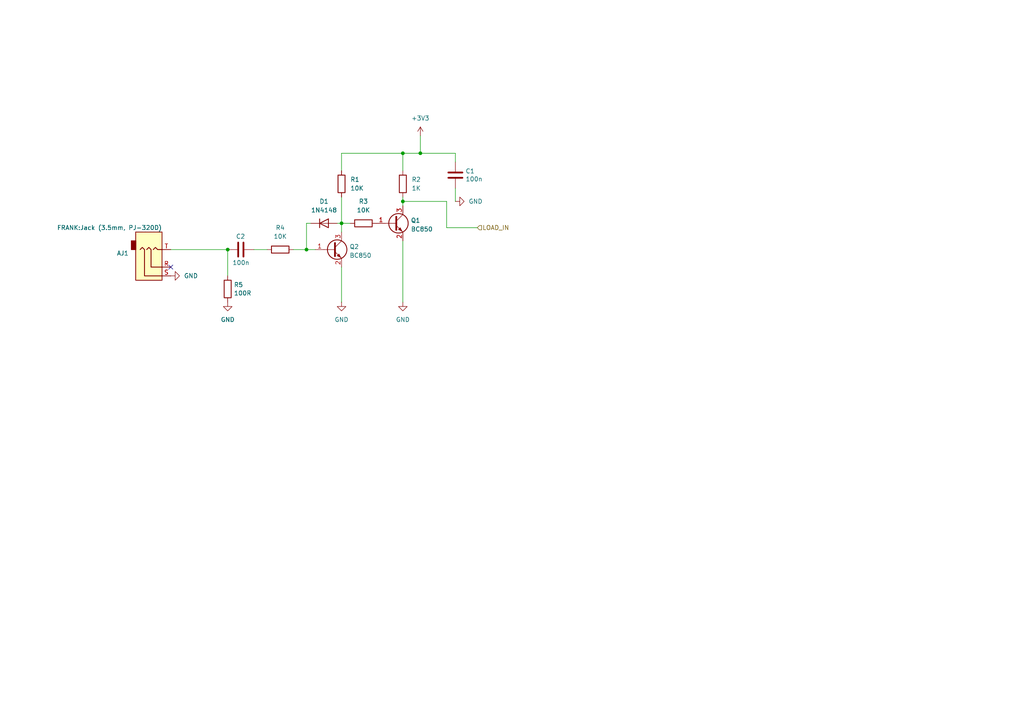
<source format=kicad_sch>
(kicad_sch (version 20250114) (generator "eeschema") (generator_version "9.0")
  (paper "A4")
  (title_block (title "MiniFRANK RM1") (date "2025-04-01") (rev "2.03") (company "Mikhail Matveev") (comment 1 "https://github.com/xtremespb/frank"))
  (lib_symbols
    (symbol "BC850_1" (pin_names (offset 0) (hide yes))
      (property "Reference" "Q" (at 5.08 1.905 0))
      (property "Value" "BC850" (at 5.08 0 0))
      (symbol "BC850_1_0_1"
        (polyline (pts (xy -2.54 0) (xy 0.635 0)))
        (polyline (pts (xy 0.635 1.905) (xy 0.635 -1.905)) (stroke (width 0.508)))
        (circle (center 1.27 0) (radius 2.8194) (stroke (width 0.254)))
      )
      (symbol "BC850_1_1_1"
        (polyline (pts (xy 0.635 0.635) (xy 2.54 2.54)))
        (polyline (pts (xy 0.635 -0.635) (xy 2.54 -2.54)))
        (polyline (pts (xy 1.27 -1.778) (xy 1.778 -1.27) (xy 2.286 -2.286) (xy 1.27 -1.778)) (fill (type outline)))
        (pin input line (at -5.08 0 0) (length 2.54) (name "B") (number "1"))
        (pin passive line (at 2.54 5.08 270) (length 2.54) (name "C") (number "3"))
        (pin passive line (at 2.54 -5.08 90) (length 2.54) (name "E") (number "2"))
      )
    )
    (symbol "Device:C" (pin_numbers (hide yes)) (pin_names (offset 0.254))
      (property "Reference" "C" (at 0.635 2.54 0))
      (property "Value" "C" (at 0.635 -2.54 0))
      (symbol "C_0_1"
        (polyline (pts (xy -2.032 0.762) (xy 2.032 0.762)) (stroke (width 0.508)))
        (polyline (pts (xy -2.032 -0.762) (xy 2.032 -0.762)) (stroke (width 0.508)))
      )
      (symbol "C_1_1"
        (pin passive line (at 0 3.81 270) (length 2.794) (name "~") (number "1"))
        (pin passive line (at 0 -3.81 90) (length 2.794) (name "~") (number "2"))
      )
    )
    (symbol "Device:D" (pin_numbers (hide yes)) (pin_names (offset 1.016) (hide yes))
      (property "Reference" "D" (at 0 2.54 0))
      (property "Value" "D" (at 0 -2.54 0))
      (symbol "D_0_1"
        (polyline (pts (xy -1.27 1.27) (xy -1.27 -1.27)) (stroke (width 0.254)))
        (polyline (pts (xy 1.27 1.27) (xy 1.27 -1.27) (xy -1.27 0) (xy 1.27 1.27)) (stroke (width 0.254)))
        (polyline (pts (xy 1.27 0) (xy -1.27 0)))
      )
      (symbol "D_1_1"
        (pin passive line (at -3.81 0 0) (length 2.54) (name "K") (number "1"))
        (pin passive line (at 3.81 0 180) (length 2.54) (name "A") (number "2"))
      )
    )
    (symbol "Device:R" (pin_numbers (hide yes)) (pin_names (offset 0))
      (property "Reference" "R" (at 2.032 0 90))
      (property "Value" "R" (at 0 0 90))
      (symbol "R_0_1"
        (rectangle (start -1.016 -2.54) (end 1.016 2.54) (stroke (width 0.254)))
      )
      (symbol "R_1_1"
        (pin passive line (at 0 3.81 270) (length 1.27) (name "~") (number "1"))
        (pin passive line (at 0 -3.81 90) (length 1.27) (name "~") (number "2"))
      )
    )
    (symbol "FRANK:AudioJack_3.5mm"
      (property "Reference" "AJ2" (at -7.1119 -4.0097 0))
      (symbol "AudioJack_3.5mm_0_1"
        (rectangle (start -5.08 -5.08) (end -6.35 -7.62) (stroke (width 0.254)) (fill (type outline)))
        (polyline (pts (xy -1.905 -5.08) (xy -1.27 -5.715) (xy -0.635 -5.08) (xy -0.635 0) (xy 2.54 0)) (stroke (width 0.254)))
        (polyline (pts (xy 0 -5.08) (xy 0.635 -5.715) (xy 1.27 -5.08) (xy 2.54 -5.08)) (stroke (width 0.254)))
        (rectangle (start 2.54 3.81) (end -5.08 -10.16) (stroke (width 0.254)) (fill (type background)))
        (polyline (pts (xy 2.54 2.54) (xy -2.54 2.54) (xy -2.54 -5.08) (xy -3.175 -5.715) (xy -3.81 -5.08)) (stroke (width 0.254)))
      )
      (symbol "AudioJack_3.5mm_1_1"
        (pin passive line (at 5.08 2.54 180) (length 2.54) (name "~") (number "S"))
        (pin passive line (at 5.08 0 180) (length 2.54) (name "~") (number "R"))
        (pin passive line (at 5.08 -5.08 180) (length 2.54) (name "~") (number "T"))
      )
    )
    (symbol "GND_1" (power) (pin_numbers (hide yes)) (pin_names (offset 0) (hide yes))
      (property "Value" "GND" (at 0 -3.81 0))
      (symbol "GND_1_0_1"
        (polyline (pts (xy 0 0) (xy 0 -1.27) (xy 1.27 -1.27) (xy 0 -2.54) (xy -1.27 -1.27) (xy 0 -1.27)))
      )
      (symbol "GND_1_1_1"
        (pin power_in line (at 0 0 270) (length 0) (name "~") (number "1"))
      )
    )
    (symbol "GND_2" (power) (pin_numbers (hide yes)) (pin_names (offset 0) (hide yes))
      (property "Value" "GND" (at 0 -3.81 0))
      (symbol "GND_2_0_1"
        (polyline (pts (xy 0 0) (xy 0 -1.27) (xy 1.27 -1.27) (xy 0 -2.54) (xy -1.27 -1.27) (xy 0 -1.27)))
      )
      (symbol "GND_2_1_1"
        (pin power_in line (at 0 0 270) (length 0) (name "~") (number "1"))
      )
    )
    (symbol "GND_3" (power) (pin_numbers (hide yes)) (pin_names (offset 0) (hide yes))
      (property "Value" "GND" (at 0 -3.81 0))
      (symbol "GND_3_0_1"
        (polyline (pts (xy 0 0) (xy 0 -1.27) (xy 1.27 -1.27) (xy 0 -2.54) (xy -1.27 -1.27) (xy 0 -1.27)))
      )
      (symbol "GND_3_1_1"
        (pin power_in line (at 0 0 270) (length 0) (name "~") (number "1"))
      )
    )
    (symbol "GND_4" (power) (pin_numbers (hide yes)) (pin_names (offset 0) (hide yes))
      (property "Value" "GND" (at 0 -3.81 0))
      (symbol "GND_4_0_1"
        (polyline (pts (xy 0 0) (xy 0 -1.27) (xy 1.27 -1.27) (xy 0 -2.54) (xy -1.27 -1.27) (xy 0 -1.27)))
      )
      (symbol "GND_4_1_1"
        (pin power_in line (at 0 0 270) (length 0) (name "~") (number "1"))
      )
    )
    (symbol "Transistor_BJT:BC850" (pin_names (offset 0) (hide yes))
      (property "Reference" "Q" (at 5.08 1.905 0))
      (property "Value" "BC850" (at 5.08 0 0))
      (symbol "BC850_0_1"
        (polyline (pts (xy -2.54 0) (xy 0.635 0)))
        (polyline (pts (xy 0.635 1.905) (xy 0.635 -1.905)) (stroke (width 0.508)))
        (circle (center 1.27 0) (radius 2.8194) (stroke (width 0.254)))
      )
      (symbol "BC850_1_1"
        (polyline (pts (xy 0.635 0.635) (xy 2.54 2.54)))
        (polyline (pts (xy 0.635 -0.635) (xy 2.54 -2.54)))
        (polyline (pts (xy 1.27 -1.778) (xy 1.778 -1.27) (xy 2.286 -2.286) (xy 1.27 -1.778)) (fill (type outline)))
        (pin input line (at -5.08 0 0) (length 2.54) (name "B") (number "1"))
        (pin passive line (at 2.54 5.08 270) (length 2.54) (name "C") (number "3"))
        (pin passive line (at 2.54 -5.08 90) (length 2.54) (name "E") (number "2"))
      )
    )
    (symbol "power:+3V3" (power) (pin_numbers (hide yes)) (pin_names (offset 0) (hide yes))
      (property "Value" "+3V3" (at 0 3.556 0))
      (symbol "+3V3_0_1"
        (polyline (pts (xy -0.762 1.27) (xy 0 2.54)))
        (polyline (pts (xy 0 2.54) (xy 0.762 1.27)))
        (polyline (pts (xy 0 0) (xy 0 2.54)))
      )
      (symbol "+3V3_1_1"
        (pin power_in line (at 0 0 90) (length 0) (name "~") (number "1"))
      )
    )
    (symbol "power:GND" (power) (pin_numbers (hide yes)) (pin_names (offset 0) (hide yes))
      (property "Value" "GND" (at 0 -3.81 0))
      (symbol "GND_0_1"
        (polyline (pts (xy 0 0) (xy 0 -1.27) (xy 1.27 -1.27) (xy 0 -2.54) (xy -1.27 -1.27) (xy 0 -1.27)))
      )
      (symbol "GND_1_1"
        (pin power_in line (at 0 0 270) (length 0) (name "~") (number "1"))
      )
    )
  )
  (junction (at 116.84 58.42))
  (junction (at 88.9 72.39))
  (junction (at 66.04 72.39))
  (junction (at 99.06 64.77))
  (junction (at 121.92 44.45))
  (junction (at 116.84 44.45))
  (no_connect (at 49.53 77.47))
  (wire (pts (xy 116.84 58.42) (xy 129.54 58.42)))
  (wire (pts (xy 99.06 64.77) (xy 99.06 67.31)))
  (wire (pts (xy 85.09 72.39) (xy 88.9 72.39)))
  (wire (pts (xy 121.92 44.45) (xy 132.08 44.45)))
  (wire (pts (xy 129.54 58.42) (xy 129.54 66.04)))
  (wire (pts (xy 97.79 64.77) (xy 99.06 64.77)))
  (wire (pts (xy 88.9 72.39) (xy 91.44 72.39)))
  (wire (pts (xy 116.84 58.42) (xy 116.84 59.69)))
  (wire (pts (xy 90.17 64.77) (xy 88.9 64.77)))
  (wire (pts (xy 129.54 66.04) (xy 138.43 66.04)))
  (wire (pts (xy 88.9 64.77) (xy 88.9 72.39)))
  (wire (pts (xy 73.66 72.39) (xy 77.47 72.39)))
  (wire (pts (xy 116.84 44.45) (xy 121.92 44.45)))
  (wire (pts (xy 99.06 77.47) (xy 99.06 87.63)))
  (wire (pts (xy 116.84 44.45) (xy 116.84 49.53)))
  (wire (pts (xy 99.06 44.45) (xy 99.06 49.53)))
  (wire (pts (xy 121.92 39.37) (xy 121.92 44.45)))
  (wire (pts (xy 116.84 69.85) (xy 116.84 87.63)))
  (wire (pts (xy 132.08 54.61) (xy 132.08 58.42)))
  (wire (pts (xy 99.06 44.45) (xy 116.84 44.45)))
  (wire (pts (xy 132.08 44.45) (xy 132.08 46.99)))
  (wire (pts (xy 49.53 72.39) (xy 66.04 72.39)))
  (wire (pts (xy 99.06 57.15) (xy 99.06 64.77)))
  (wire (pts (xy 116.84 57.15) (xy 116.84 58.42)))
  (wire (pts (xy 66.04 72.39) (xy 66.04 80.01)))
  (wire (pts (xy 99.06 64.77) (xy 101.6 64.77)))
  (hierarchical_label "LOAD_IN" (shape input) (at 138.43 66.04 0))
  (symbol (lib_id "Device:D") (at 93.98 64.77 0) (unit 1)
    (property "Reference" "D2" (at 93.98 58.42 0))
    (property "Value" "1N4148" (at 93.98 60.96 0))
    (property "Footprint" "FRANK:Diode (SOD-323)" (effects (hide yes)))
    (property "Datasheet" "https://www.vishay.com/docs/85748/1n4148w.pdf" (effects (hide yes)))
    (property "Description" "Diode" (effects (hide yes)))
    (property "Sim.Device" "D" (effects (hide yes)))
    (property "Sim.Pins" "1=K 2=A" (effects (hide yes)))
    (property "AliExpress" "https://www.aliexpress.com/item/1005005707644429.html" (effects (hide yes)))
    (instances (project "" (path "" (reference "D1") (unit 1))) (project "minifrank_rm1" (path "" (reference "D2") (unit 1))))
  )
  (symbol (lib_name "GND_2") (lib_id "power:GND") (at 99.06 87.63 0) (unit 1)
    (property "Reference" "#PWR044" (effects (hide yes)))
    (property "Value" "GND" (at 99.06 92.71 0))
    (property "Description" "Power symbol creates a global label with name \"GND\" , ground" (effects (hide yes)))
    (instances (project "" (path "" (reference "#PWR07") (unit 1))) (project "minifrank_rm1" (path "" (reference "#PWR044") (unit 1))))
  )
  (symbol (lib_id "Device:R") (at 105.41 64.77 90) (unit 1)
    (property "Reference" "R13" (at 105.41 58.42 90))
    (property "Value" "10K" (at 105.41 60.96 90))
    (property "Footprint" "FRANK:Resistor (0805)" (effects (hide yes)))
    (property "Datasheet" "https://www.vishay.com/docs/28952/mcs0402at-mct0603at-mcu0805at-mca1206at.pdf" (effects (hide yes)))
    (property "AliExpress" "https://www.aliexpress.com/item/1005005945735199.html" (effects (hide yes)))
    (instances (project "38NJU24" (path "" (reference "R3") (unit 1))) (project "minifrank_rm1" (path "" (reference "R13") (unit 1))))
  )
  (symbol (lib_id "power:GND") (at 66.04 87.63 0) (unit 1)
    (property "Reference" "#PWR043" (effects (hide yes)))
    (property "Value" "GND" (at 66.04 92.71 0))
    (property "Description" "Power symbol creates a global label with name \"GND\" , ground" (effects (hide yes)))
    (instances (project "" (path "" (reference "#PWR06") (unit 1))) (project "minifrank_rm1" (path "" (reference "#PWR043") (unit 1))))
  )
  (symbol (lib_id "Device:R") (at 116.84 53.34 0) (unit 1)
    (property "Reference" "R12" (at 119.38 52.0699 0) (effects (justify left)))
    (property "Value" "1K" (at 119.38 54.6099 0) (effects (justify left)))
    (property "Footprint" "FRANK:Resistor (0805)" (effects (hide yes)))
    (property "Datasheet" "https://www.vishay.com/docs/28952/mcs0402at-mct0603at-mcu0805at-mca1206at.pdf" (effects (hide yes)))
    (property "AliExpress" "https://www.aliexpress.com/item/1005005945735199.html" (effects (hide yes)))
    (instances (project "38NJU24" (path "" (reference "R2") (unit 1))) (project "minifrank_rm1" (path "" (reference "R12") (unit 1))))
  )
  (symbol (lib_id "FRANK:AudioJack_3.5mm") (at 44.45 77.47 0) (mirror x) (unit 1)
    (property "Reference" "J5" (at 37.3381 73.4603 0) (effects (justify right)))
    (property "Value" "FRANK:Jack (3.5mm, PJ-320D)" (at 46.99 66.04 0) (effects (justify right)))
    (property "Footprint" "FRANK:Jack (3.5mm, PJ-320D)" (effects (hide yes)))
    (instances (project "38NJU24" (path "" (reference "AJ1") (unit 1))) (project "minifrank_rm1" (path "" (reference "J5") (unit 1))))
  )
  (symbol (lib_id "Device:C") (at 69.85 72.39 90) (unit 1)
    (property "Reference" "C20" (at 71.12 68.58 90) (effects (justify left)))
    (property "Value" "100n" (at 72.39 76.2 90) (effects (justify left)))
    (property "Footprint" "FRANK:Capacitor (0805)" (effects (hide yes)))
    (property "Datasheet" "https://eu.mouser.com/datasheet/2/40/KGM_X7R-3223212.pdf" (effects (hide yes)))
    (property "AliExpress" "https://www.aliexpress.com/item/33008008276.html" (effects (hide yes)))
    (instances (project "38NJU24" (path "" (reference "C2") (unit 1))) (project "minifrank_rm1" (path "" (reference "C20") (unit 1))))
  )
  (symbol (lib_name "GND_1") (lib_id "power:GND") (at 49.53 80.01 90) (unit 1)
    (property "Reference" "#PWR042" (effects (hide yes)))
    (property "Value" "GND" (at 53.34 80.0099 90) (effects (justify right)))
    (property "Description" "Power symbol creates a global label with name \"GND\" , ground" (effects (hide yes)))
    (instances (project "" (path "" (reference "#PWR05") (unit 1))) (project "minifrank_rm1" (path "" (reference "#PWR042") (unit 1))))
  )
  (symbol (lib_id "Device:R") (at 81.28 72.39 90) (unit 1)
    (property "Reference" "R14" (at 81.28 66.04 90))
    (property "Value" "10K" (at 81.28 68.58 90))
    (property "Footprint" "FRANK:Resistor (0805)" (effects (hide yes)))
    (property "Datasheet" "https://www.vishay.com/docs/28952/mcs0402at-mct0603at-mcu0805at-mca1206at.pdf" (effects (hide yes)))
    (property "AliExpress" "https://www.aliexpress.com/item/1005005945735199.html" (effects (hide yes)))
    (instances (project "38NJU24" (path "" (reference "R4") (unit 1))) (project "minifrank_rm1" (path "" (reference "R14") (unit 1))))
  )
  (symbol (lib_name "GND_4") (lib_id "power:GND") (at 132.08 58.42 90) (unit 1)
    (property "Reference" "#PWR041" (effects (hide yes)))
    (property "Value" "GND" (at 135.89 58.4199 90) (effects (justify right)))
    (property "Description" "Power symbol creates a global label with name \"GND\" , ground" (effects (hide yes)))
    (instances (project "" (path "" (reference "#PWR04") (unit 1))) (project "minifrank_rm1" (path "" (reference "#PWR041") (unit 1))))
  )
  (symbol (lib_name "GND_3") (lib_id "power:GND") (at 116.84 87.63 0) (unit 1)
    (property "Reference" "#PWR045" (effects (hide yes)))
    (property "Value" "GND" (at 116.84 92.71 0))
    (property "Description" "Power symbol creates a global label with name \"GND\" , ground" (effects (hide yes)))
    (instances (project "" (path "" (reference "#PWR08") (unit 1))) (project "minifrank_rm1" (path "" (reference "#PWR045") (unit 1))))
  )
  (symbol (lib_id "power:+3V3") (at 121.92 39.37 0) (unit 1)
    (property "Reference" "#PWR040" (effects (hide yes)))
    (property "Value" "+3V3" (at 121.92 34.29 0))
    (property "Description" "Power symbol creates a global label with name \"+3V3\"" (effects (hide yes)))
    (instances (project "" (path "" (reference "#PWR03") (unit 1))) (project "minifrank_rm1" (path "" (reference "#PWR040") (unit 1))))
  )
  (symbol (lib_id "Device:C") (at 132.08 50.8 0) (unit 1)
    (property "Reference" "C19" (at 135.001 49.6316 0) (effects (justify left)))
    (property "Value" "100n" (at 135.001 51.943 0) (effects (justify left)))
    (property "Footprint" "FRANK:Capacitor (0805)" (effects (hide yes)))
    (property "Datasheet" "https://eu.mouser.com/datasheet/2/40/KGM_X7R-3223212.pdf" (effects (hide yes)))
    (property "AliExpress" "https://www.aliexpress.com/item/33008008276.html" (effects (hide yes)))
    (instances (project "38NJU24" (path "" (reference "C1") (unit 1))) (project "minifrank_rm1" (path "" (reference "C19") (unit 1))))
  )
  (symbol (lib_id "Device:R") (at 66.04 83.82 0) (unit 1)
    (property "Reference" "R15" (at 67.818 82.6078 0) (effects (justify left)))
    (property "Value" "100R" (at 67.818 85.0321 0) (effects (justify left)))
    (property "Footprint" "FRANK:Resistor (0805)" (effects (hide yes)))
    (property "Datasheet" "https://www.vishay.com/docs/28952/mcs0402at-mct0603at-mcu0805at-mca1206at.pdf" (effects (hide yes)))
    (property "AliExpress" "https://www.aliexpress.com/item/1005005945735199.html" (effects (hide yes)))
    (instances (project "38NJU24" (path "" (reference "R5") (unit 1))) (project "minifrank_rm1" (path "" (reference "R15") (unit 1))))
  )
  (symbol (lib_name "BC850_1") (lib_id "Transistor_BJT:BC850") (at 96.52 72.39 0) (unit 1)
    (property "Reference" "Q2" (at 101.3714 71.5553 0) (effects (justify left)))
    (property "Value" "BC850" (at 101.3714 74.0922 0) (effects (justify left)))
    (property "Footprint" "FRANK:SOT-23" (effects (hide yes)))
    (property "Datasheet" "http://www.infineon.com/dgdl/Infineon-BC847SERIES_BC848SERIES_BC849SERIES_BC850SERIES-DS-v01_01-en.pdf?fileId=db3a304314dca389011541d4630a1657" (effects (hide yes)))
    (property "Description" "0.1A Ic, 45V Vce, NPN Transistor, SOT-23" (effects (hide yes)))
    (property "AliExpress" "https://www.aliexpress.com/item/1005005008637286.html" (effects (hide yes)))
  )
  (symbol (lib_id "Device:R") (at 99.06 53.34 0) (unit 1)
    (property "Reference" "R11" (at 101.6 52.0699 0) (effects (justify left)))
    (property "Value" "10K" (at 101.6 54.6099 0) (effects (justify left)))
    (property "Footprint" "FRANK:Resistor (0805)" (effects (hide yes)))
    (property "Datasheet" "https://www.vishay.com/docs/28952/mcs0402at-mct0603at-mcu0805at-mca1206at.pdf" (effects (hide yes)))
    (property "AliExpress" "https://www.aliexpress.com/item/1005005945735199.html" (effects (hide yes)))
    (instances (project "38NJU24" (path "" (reference "R1") (unit 1))) (project "minifrank_rm1" (path "" (reference "R11") (unit 1))))
  )
  (symbol (lib_id "Transistor_BJT:BC850") (at 114.3 64.77 0) (unit 1)
    (property "Reference" "Q1" (at 119.1514 63.9353 0) (effects (justify left)))
    (property "Value" "BC850" (at 119.1514 66.4722 0) (effects (justify left)))
    (property "Footprint" "FRANK:SOT-23" (effects (hide yes)))
    (property "Datasheet" "http://www.infineon.com/dgdl/Infineon-BC847SERIES_BC848SERIES_BC849SERIES_BC850SERIES-DS-v01_01-en.pdf?fileId=db3a304314dca389011541d4630a1657" (effects (hide yes)))
    (property "Description" "0.1A Ic, 45V Vce, NPN Transistor, SOT-23" (effects (hide yes)))
    (property "AliExpress" "https://www.aliexpress.com/item/1005005008637286.html" (effects (hide yes)))
  )
)
</source>
